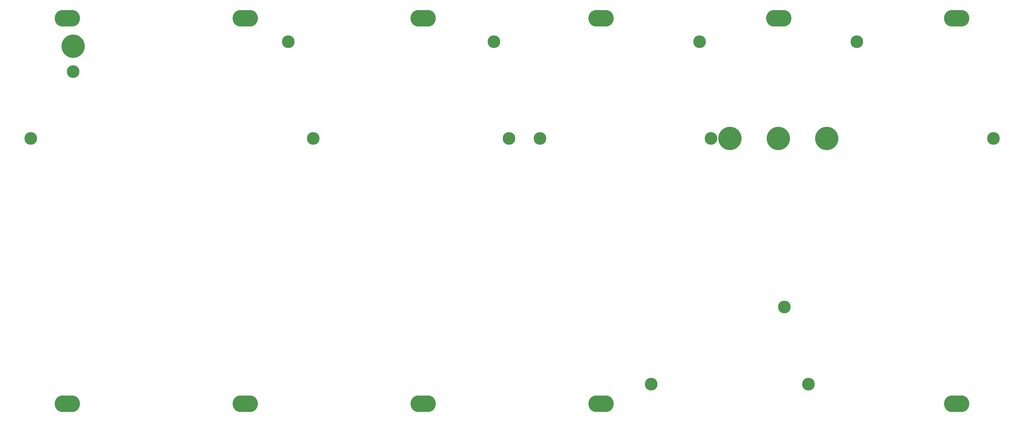
<source format=gbr>
%TF.GenerationSoftware,KiCad,Pcbnew,(5.99.0-3379-gdb40e0c595)*%
%TF.CreationDate,2020-09-17T14:43:35-04:00*%
%TF.ProjectId,FR4-plate-new,4652342d-706c-4617-9465-2d6e65772e6b,rev?*%
%TF.SameCoordinates,Original*%
%TF.FileFunction,Soldermask,Top*%
%TF.FilePolarity,Negative*%
%FSLAX46Y46*%
G04 Gerber Fmt 4.6, Leading zero omitted, Abs format (unit mm)*
G04 Created by KiCad (PCBNEW (5.99.0-3379-gdb40e0c595)) date 2020-09-17 14:43:35*
%MOMM*%
%LPD*%
G01*
G04 APERTURE LIST*
%ADD10O,10.000000X6.500000*%
%ADD11C,5.000000*%
%ADD12C,9.200000*%
G04 APERTURE END LIST*
D10*
%TO.C,H8*%
X93000000Y-157200000D03*
%TD*%
%TO.C,H6*%
X373000000Y-5375000D03*
%TD*%
D11*
%TO.C,H20*%
X276262300Y-52712500D03*
%TD*%
D10*
%TO.C,H11*%
X373000000Y-157200000D03*
%TD*%
%TO.C,H10*%
X233000000Y-157200000D03*
%TD*%
D12*
%TO.C,H26*%
X283725500Y-52712500D03*
%TD*%
%TO.C,H28*%
X321825500Y-52712500D03*
%TD*%
D11*
%TO.C,H14*%
X109894250Y-14675000D03*
%TD*%
D10*
%TO.C,H4*%
X233000000Y-5375000D03*
%TD*%
%TO.C,H1*%
X23000000Y-5375000D03*
%TD*%
D11*
%TO.C,H21*%
X333731750Y-14675000D03*
%TD*%
%TO.C,H24*%
X305157000Y-119100000D03*
%TD*%
%TO.C,H16*%
X190856750Y-14675000D03*
%TD*%
D10*
%TO.C,H7*%
X23000000Y-157200000D03*
%TD*%
D11*
%TO.C,H18*%
X208963000Y-52712500D03*
%TD*%
%TO.C,H15*%
X119763000Y-52712500D03*
%TD*%
D10*
%TO.C,H3*%
X163000000Y-5375000D03*
%TD*%
D11*
%TO.C,H13*%
X25263000Y-26375000D03*
%TD*%
%TO.C,H17*%
X196762300Y-52712500D03*
%TD*%
D12*
%TO.C,H29*%
X25263000Y-16375000D03*
%TD*%
D11*
%TO.C,H25*%
X314681750Y-149531112D03*
%TD*%
%TO.C,H19*%
X271819250Y-14675000D03*
%TD*%
D12*
%TO.C,H27*%
X302775500Y-52712500D03*
%TD*%
D10*
%TO.C,H2*%
X93000000Y-5375000D03*
%TD*%
D11*
%TO.C,H12*%
X8563000Y-52712500D03*
%TD*%
%TO.C,H23*%
X252769250Y-149531112D03*
%TD*%
%TO.C,H22*%
X387437000Y-52712500D03*
%TD*%
D10*
%TO.C,H5*%
X303000000Y-5375000D03*
%TD*%
%TO.C,H9*%
X163000000Y-157200000D03*
%TD*%
M02*

</source>
